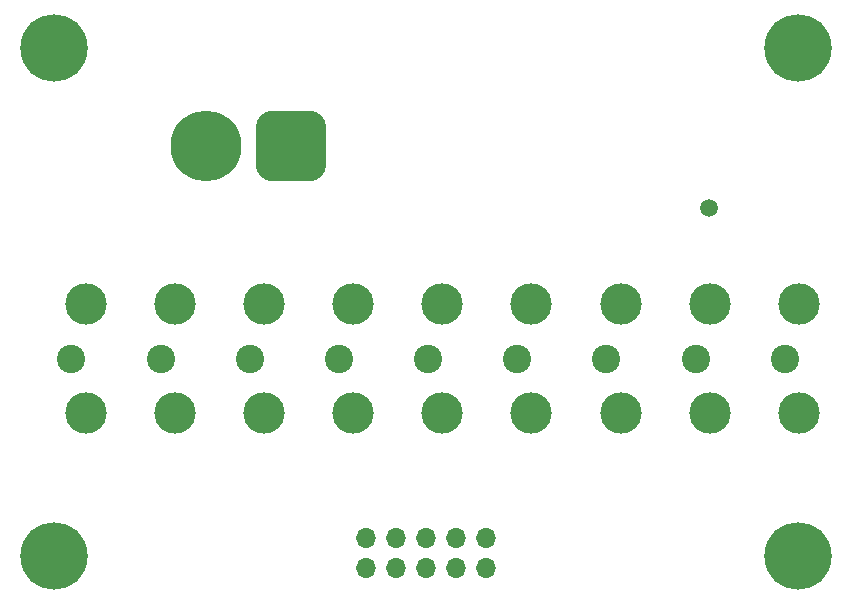
<source format=gbr>
%TF.GenerationSoftware,KiCad,Pcbnew,7.0.11-rc3*%
%TF.CreationDate,2025-03-16T23:27:26+08:00*%
%TF.ProjectId,fuse_box,66757365-5f62-46f7-982e-6b696361645f,rev?*%
%TF.SameCoordinates,Original*%
%TF.FileFunction,Soldermask,Bot*%
%TF.FilePolarity,Negative*%
%FSLAX46Y46*%
G04 Gerber Fmt 4.6, Leading zero omitted, Abs format (unit mm)*
G04 Created by KiCad (PCBNEW 7.0.11-rc3) date 2025-03-16 23:27:26*
%MOMM*%
%LPD*%
G01*
G04 APERTURE LIST*
G04 Aperture macros list*
%AMRoundRect*
0 Rectangle with rounded corners*
0 $1 Rounding radius*
0 $2 $3 $4 $5 $6 $7 $8 $9 X,Y pos of 4 corners*
0 Add a 4 corners polygon primitive as box body*
4,1,4,$2,$3,$4,$5,$6,$7,$8,$9,$2,$3,0*
0 Add four circle primitives for the rounded corners*
1,1,$1+$1,$2,$3*
1,1,$1+$1,$4,$5*
1,1,$1+$1,$6,$7*
1,1,$1+$1,$8,$9*
0 Add four rect primitives between the rounded corners*
20,1,$1+$1,$2,$3,$4,$5,0*
20,1,$1+$1,$4,$5,$6,$7,0*
20,1,$1+$1,$6,$7,$8,$9,0*
20,1,$1+$1,$8,$9,$2,$3,0*%
G04 Aperture macros list end*
%ADD10C,5.700000*%
%ADD11C,2.400000*%
%ADD12C,3.500000*%
%ADD13RoundRect,1.500000X1.500000X1.500000X-1.500000X1.500000X-1.500000X-1.500000X1.500000X-1.500000X0*%
%ADD14C,6.000000*%
%ADD15C,1.500000*%
%ADD16O,1.700000X1.700000*%
G04 APERTURE END LIST*
D10*
%TO.C,H3*%
X131300000Y-40100000D03*
%TD*%
D11*
%TO.C,F6*%
X92430000Y-66400000D03*
D12*
X93630000Y-61800000D03*
X93630000Y-71000000D03*
%TD*%
D13*
%TO.C,J1*%
X88400000Y-48400000D03*
D14*
X81200000Y-48400000D03*
%TD*%
D11*
%TO.C,F9*%
X69780000Y-66400000D03*
D12*
X70980000Y-61800000D03*
X70980000Y-71000000D03*
%TD*%
D11*
%TO.C,F5*%
X99980000Y-66400000D03*
D12*
X101180000Y-61800000D03*
X101180000Y-71000000D03*
%TD*%
D11*
%TO.C,F8*%
X77330000Y-66400000D03*
D12*
X78530000Y-61800000D03*
X78530000Y-71000000D03*
%TD*%
D10*
%TO.C,H1*%
X131300000Y-83100000D03*
%TD*%
%TO.C,H2*%
X68300000Y-83100000D03*
%TD*%
D15*
%TO.C,TP1*%
X123800000Y-53600000D03*
%TD*%
D11*
%TO.C,F1*%
X130180000Y-66400000D03*
D12*
X131380000Y-61800000D03*
X131380000Y-71000000D03*
%TD*%
D11*
%TO.C,F4*%
X107530000Y-66400000D03*
D12*
X108730000Y-61800000D03*
X108730000Y-71000000D03*
%TD*%
D11*
%TO.C,F7*%
X84880000Y-66400000D03*
D12*
X86080000Y-61800000D03*
X86080000Y-71000000D03*
%TD*%
D11*
%TO.C,F2*%
X122630000Y-66400000D03*
D12*
X123830000Y-61800000D03*
X123830000Y-71000000D03*
%TD*%
D11*
%TO.C,F3*%
X115080000Y-66400000D03*
D12*
X116280000Y-61800000D03*
X116280000Y-71000000D03*
%TD*%
D10*
%TO.C,H4*%
X68300000Y-40100000D03*
%TD*%
D16*
%TO.C,J3*%
X104875000Y-84100000D03*
X104875000Y-81560000D03*
X102335000Y-84100000D03*
X102335000Y-81560000D03*
X99795000Y-84100000D03*
X99795000Y-81560000D03*
X97255000Y-84100000D03*
X97255000Y-81560000D03*
X94715000Y-84100000D03*
X94715000Y-81560000D03*
%TD*%
M02*

</source>
